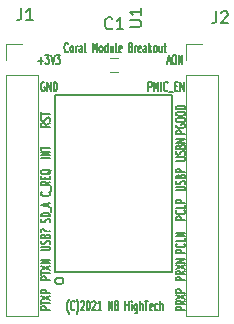
<source format=gbr>
G04 #@! TF.GenerationSoftware,KiCad,Pcbnew,(5.1.4-0)*
G04 #@! TF.CreationDate,2021-01-28T22:10:56-05:00*
G04 #@! TF.ProjectId,coral_breakout,636f7261-6c5f-4627-9265-616b6f75742e,rev?*
G04 #@! TF.SameCoordinates,Original*
G04 #@! TF.FileFunction,Legend,Top*
G04 #@! TF.FilePolarity,Positive*
%FSLAX46Y46*%
G04 Gerber Fmt 4.6, Leading zero omitted, Abs format (unit mm)*
G04 Created by KiCad (PCBNEW (5.1.4-0)) date 2021-01-28 22:10:56*
%MOMM*%
%LPD*%
G04 APERTURE LIST*
%ADD10C,0.127000*%
%ADD11C,0.120000*%
%ADD12C,0.150000*%
G04 APERTURE END LIST*
D10*
X135974666Y-85634285D02*
X135950476Y-85672990D01*
X135877904Y-85711695D01*
X135829523Y-85711695D01*
X135756952Y-85672990D01*
X135708571Y-85595580D01*
X135684380Y-85518171D01*
X135660190Y-85363352D01*
X135660190Y-85247238D01*
X135684380Y-85092419D01*
X135708571Y-85015009D01*
X135756952Y-84937600D01*
X135829523Y-84898895D01*
X135877904Y-84898895D01*
X135950476Y-84937600D01*
X135974666Y-84976304D01*
X136264952Y-85711695D02*
X136216571Y-85672990D01*
X136192380Y-85634285D01*
X136168190Y-85556876D01*
X136168190Y-85324647D01*
X136192380Y-85247238D01*
X136216571Y-85208533D01*
X136264952Y-85169828D01*
X136337523Y-85169828D01*
X136385904Y-85208533D01*
X136410095Y-85247238D01*
X136434285Y-85324647D01*
X136434285Y-85556876D01*
X136410095Y-85634285D01*
X136385904Y-85672990D01*
X136337523Y-85711695D01*
X136264952Y-85711695D01*
X136652000Y-85711695D02*
X136652000Y-85169828D01*
X136652000Y-85324647D02*
X136676190Y-85247238D01*
X136700380Y-85208533D01*
X136748761Y-85169828D01*
X136797142Y-85169828D01*
X137184190Y-85711695D02*
X137184190Y-85285942D01*
X137160000Y-85208533D01*
X137111619Y-85169828D01*
X137014857Y-85169828D01*
X136966476Y-85208533D01*
X137184190Y-85672990D02*
X137135809Y-85711695D01*
X137014857Y-85711695D01*
X136966476Y-85672990D01*
X136942285Y-85595580D01*
X136942285Y-85518171D01*
X136966476Y-85440761D01*
X137014857Y-85402057D01*
X137135809Y-85402057D01*
X137184190Y-85363352D01*
X137498666Y-85711695D02*
X137450285Y-85672990D01*
X137426095Y-85595580D01*
X137426095Y-84898895D01*
X138079238Y-85711695D02*
X138079238Y-84898895D01*
X138248571Y-85479466D01*
X138417904Y-84898895D01*
X138417904Y-85711695D01*
X138732380Y-85711695D02*
X138684000Y-85672990D01*
X138659809Y-85634285D01*
X138635619Y-85556876D01*
X138635619Y-85324647D01*
X138659809Y-85247238D01*
X138684000Y-85208533D01*
X138732380Y-85169828D01*
X138804952Y-85169828D01*
X138853333Y-85208533D01*
X138877523Y-85247238D01*
X138901714Y-85324647D01*
X138901714Y-85556876D01*
X138877523Y-85634285D01*
X138853333Y-85672990D01*
X138804952Y-85711695D01*
X138732380Y-85711695D01*
X139337142Y-85711695D02*
X139337142Y-84898895D01*
X139337142Y-85672990D02*
X139288761Y-85711695D01*
X139192000Y-85711695D01*
X139143619Y-85672990D01*
X139119428Y-85634285D01*
X139095238Y-85556876D01*
X139095238Y-85324647D01*
X139119428Y-85247238D01*
X139143619Y-85208533D01*
X139192000Y-85169828D01*
X139288761Y-85169828D01*
X139337142Y-85208533D01*
X139796761Y-85169828D02*
X139796761Y-85711695D01*
X139579047Y-85169828D02*
X139579047Y-85595580D01*
X139603238Y-85672990D01*
X139651619Y-85711695D01*
X139724190Y-85711695D01*
X139772571Y-85672990D01*
X139796761Y-85634285D01*
X140111238Y-85711695D02*
X140062857Y-85672990D01*
X140038666Y-85595580D01*
X140038666Y-84898895D01*
X140498285Y-85672990D02*
X140449904Y-85711695D01*
X140353142Y-85711695D01*
X140304761Y-85672990D01*
X140280571Y-85595580D01*
X140280571Y-85285942D01*
X140304761Y-85208533D01*
X140353142Y-85169828D01*
X140449904Y-85169828D01*
X140498285Y-85208533D01*
X140522476Y-85285942D01*
X140522476Y-85363352D01*
X140280571Y-85440761D01*
X141296571Y-85285942D02*
X141369142Y-85324647D01*
X141393333Y-85363352D01*
X141417523Y-85440761D01*
X141417523Y-85556876D01*
X141393333Y-85634285D01*
X141369142Y-85672990D01*
X141320761Y-85711695D01*
X141127238Y-85711695D01*
X141127238Y-84898895D01*
X141296571Y-84898895D01*
X141344952Y-84937600D01*
X141369142Y-84976304D01*
X141393333Y-85053714D01*
X141393333Y-85131123D01*
X141369142Y-85208533D01*
X141344952Y-85247238D01*
X141296571Y-85285942D01*
X141127238Y-85285942D01*
X141635238Y-85711695D02*
X141635238Y-85169828D01*
X141635238Y-85324647D02*
X141659428Y-85247238D01*
X141683619Y-85208533D01*
X141732000Y-85169828D01*
X141780380Y-85169828D01*
X142143238Y-85672990D02*
X142094857Y-85711695D01*
X141998095Y-85711695D01*
X141949714Y-85672990D01*
X141925523Y-85595580D01*
X141925523Y-85285942D01*
X141949714Y-85208533D01*
X141998095Y-85169828D01*
X142094857Y-85169828D01*
X142143238Y-85208533D01*
X142167428Y-85285942D01*
X142167428Y-85363352D01*
X141925523Y-85440761D01*
X142602857Y-85711695D02*
X142602857Y-85285942D01*
X142578666Y-85208533D01*
X142530285Y-85169828D01*
X142433523Y-85169828D01*
X142385142Y-85208533D01*
X142602857Y-85672990D02*
X142554476Y-85711695D01*
X142433523Y-85711695D01*
X142385142Y-85672990D01*
X142360952Y-85595580D01*
X142360952Y-85518171D01*
X142385142Y-85440761D01*
X142433523Y-85402057D01*
X142554476Y-85402057D01*
X142602857Y-85363352D01*
X142844761Y-85711695D02*
X142844761Y-84898895D01*
X142893142Y-85402057D02*
X143038285Y-85711695D01*
X143038285Y-85169828D02*
X142844761Y-85479466D01*
X143328571Y-85711695D02*
X143280190Y-85672990D01*
X143256000Y-85634285D01*
X143231809Y-85556876D01*
X143231809Y-85324647D01*
X143256000Y-85247238D01*
X143280190Y-85208533D01*
X143328571Y-85169828D01*
X143401142Y-85169828D01*
X143449523Y-85208533D01*
X143473714Y-85247238D01*
X143497904Y-85324647D01*
X143497904Y-85556876D01*
X143473714Y-85634285D01*
X143449523Y-85672990D01*
X143401142Y-85711695D01*
X143328571Y-85711695D01*
X143933333Y-85169828D02*
X143933333Y-85711695D01*
X143715619Y-85169828D02*
X143715619Y-85595580D01*
X143739809Y-85672990D01*
X143788190Y-85711695D01*
X143860761Y-85711695D01*
X143909142Y-85672990D01*
X143933333Y-85634285D01*
X144102666Y-85169828D02*
X144296190Y-85169828D01*
X144175238Y-84898895D02*
X144175238Y-85595580D01*
X144199428Y-85672990D01*
X144247809Y-85711695D01*
X144296190Y-85711695D01*
X136047238Y-107865333D02*
X136023047Y-107826628D01*
X135974666Y-107710514D01*
X135950476Y-107633104D01*
X135926285Y-107516990D01*
X135902095Y-107323466D01*
X135902095Y-107168647D01*
X135926285Y-106975123D01*
X135950476Y-106859009D01*
X135974666Y-106781600D01*
X136023047Y-106665485D01*
X136047238Y-106626780D01*
X136531047Y-107478285D02*
X136506857Y-107516990D01*
X136434285Y-107555695D01*
X136385904Y-107555695D01*
X136313333Y-107516990D01*
X136264952Y-107439580D01*
X136240761Y-107362171D01*
X136216571Y-107207352D01*
X136216571Y-107091238D01*
X136240761Y-106936419D01*
X136264952Y-106859009D01*
X136313333Y-106781600D01*
X136385904Y-106742895D01*
X136434285Y-106742895D01*
X136506857Y-106781600D01*
X136531047Y-106820304D01*
X136700380Y-107865333D02*
X136724571Y-107826628D01*
X136772952Y-107710514D01*
X136797142Y-107633104D01*
X136821333Y-107516990D01*
X136845523Y-107323466D01*
X136845523Y-107168647D01*
X136821333Y-106975123D01*
X136797142Y-106859009D01*
X136772952Y-106781600D01*
X136724571Y-106665485D01*
X136700380Y-106626780D01*
X137063238Y-106820304D02*
X137087428Y-106781600D01*
X137135809Y-106742895D01*
X137256761Y-106742895D01*
X137305142Y-106781600D01*
X137329333Y-106820304D01*
X137353523Y-106897714D01*
X137353523Y-106975123D01*
X137329333Y-107091238D01*
X137039047Y-107555695D01*
X137353523Y-107555695D01*
X137668000Y-106742895D02*
X137716380Y-106742895D01*
X137764761Y-106781600D01*
X137788952Y-106820304D01*
X137813142Y-106897714D01*
X137837333Y-107052533D01*
X137837333Y-107246057D01*
X137813142Y-107400876D01*
X137788952Y-107478285D01*
X137764761Y-107516990D01*
X137716380Y-107555695D01*
X137668000Y-107555695D01*
X137619619Y-107516990D01*
X137595428Y-107478285D01*
X137571238Y-107400876D01*
X137547047Y-107246057D01*
X137547047Y-107052533D01*
X137571238Y-106897714D01*
X137595428Y-106820304D01*
X137619619Y-106781600D01*
X137668000Y-106742895D01*
X138030857Y-106820304D02*
X138055047Y-106781600D01*
X138103428Y-106742895D01*
X138224380Y-106742895D01*
X138272761Y-106781600D01*
X138296952Y-106820304D01*
X138321142Y-106897714D01*
X138321142Y-106975123D01*
X138296952Y-107091238D01*
X138006666Y-107555695D01*
X138321142Y-107555695D01*
X138804952Y-107555695D02*
X138514666Y-107555695D01*
X138659809Y-107555695D02*
X138659809Y-106742895D01*
X138611428Y-106859009D01*
X138563047Y-106936419D01*
X138514666Y-106975123D01*
X139409714Y-107555695D02*
X139409714Y-106742895D01*
X139700000Y-107555695D01*
X139700000Y-106742895D01*
X140111238Y-107129942D02*
X140183809Y-107168647D01*
X140208000Y-107207352D01*
X140232190Y-107284761D01*
X140232190Y-107400876D01*
X140208000Y-107478285D01*
X140183809Y-107516990D01*
X140135428Y-107555695D01*
X139941904Y-107555695D01*
X139941904Y-106742895D01*
X140111238Y-106742895D01*
X140159619Y-106781600D01*
X140183809Y-106820304D01*
X140208000Y-106897714D01*
X140208000Y-106975123D01*
X140183809Y-107052533D01*
X140159619Y-107091238D01*
X140111238Y-107129942D01*
X139941904Y-107129942D01*
X140836952Y-107555695D02*
X140836952Y-106742895D01*
X140836952Y-107129942D02*
X141127238Y-107129942D01*
X141127238Y-107555695D02*
X141127238Y-106742895D01*
X141369142Y-107555695D02*
X141369142Y-107013828D01*
X141369142Y-106742895D02*
X141344952Y-106781600D01*
X141369142Y-106820304D01*
X141393333Y-106781600D01*
X141369142Y-106742895D01*
X141369142Y-106820304D01*
X141828761Y-107013828D02*
X141828761Y-107671809D01*
X141804571Y-107749219D01*
X141780380Y-107787923D01*
X141732000Y-107826628D01*
X141659428Y-107826628D01*
X141611047Y-107787923D01*
X141828761Y-107516990D02*
X141780380Y-107555695D01*
X141683619Y-107555695D01*
X141635238Y-107516990D01*
X141611047Y-107478285D01*
X141586857Y-107400876D01*
X141586857Y-107168647D01*
X141611047Y-107091238D01*
X141635238Y-107052533D01*
X141683619Y-107013828D01*
X141780380Y-107013828D01*
X141828761Y-107052533D01*
X142070666Y-107555695D02*
X142070666Y-106742895D01*
X142288380Y-107555695D02*
X142288380Y-107129942D01*
X142264190Y-107052533D01*
X142215809Y-107013828D01*
X142143238Y-107013828D01*
X142094857Y-107052533D01*
X142070666Y-107091238D01*
X142457714Y-106742895D02*
X142748000Y-106742895D01*
X142602857Y-107555695D02*
X142602857Y-106742895D01*
X143110857Y-107516990D02*
X143062476Y-107555695D01*
X142965714Y-107555695D01*
X142917333Y-107516990D01*
X142893142Y-107439580D01*
X142893142Y-107129942D01*
X142917333Y-107052533D01*
X142965714Y-107013828D01*
X143062476Y-107013828D01*
X143110857Y-107052533D01*
X143135047Y-107129942D01*
X143135047Y-107207352D01*
X142893142Y-107284761D01*
X143570476Y-107516990D02*
X143522095Y-107555695D01*
X143425333Y-107555695D01*
X143376952Y-107516990D01*
X143352761Y-107478285D01*
X143328571Y-107400876D01*
X143328571Y-107168647D01*
X143352761Y-107091238D01*
X143376952Y-107052533D01*
X143425333Y-107013828D01*
X143522095Y-107013828D01*
X143570476Y-107052533D01*
X143788190Y-107555695D02*
X143788190Y-106742895D01*
X144005904Y-107555695D02*
X144005904Y-107129942D01*
X143981714Y-107052533D01*
X143933333Y-107013828D01*
X143860761Y-107013828D01*
X143812380Y-107052533D01*
X143788190Y-107091238D01*
X144380857Y-86495466D02*
X144622761Y-86495466D01*
X144332476Y-86727695D02*
X144501809Y-85914895D01*
X144671142Y-86727695D01*
X144937238Y-85914895D02*
X145034000Y-85914895D01*
X145082380Y-85953600D01*
X145130761Y-86031009D01*
X145154952Y-86185828D01*
X145154952Y-86456761D01*
X145130761Y-86611580D01*
X145082380Y-86688990D01*
X145034000Y-86727695D01*
X144937238Y-86727695D01*
X144888857Y-86688990D01*
X144840476Y-86611580D01*
X144816285Y-86456761D01*
X144816285Y-86185828D01*
X144840476Y-86031009D01*
X144888857Y-85953600D01*
X144937238Y-85914895D01*
X145372666Y-86727695D02*
X145372666Y-85914895D01*
X145662952Y-86727695D01*
X145662952Y-85914895D01*
X142784285Y-89013695D02*
X142784285Y-88200895D01*
X142977809Y-88200895D01*
X143026190Y-88239600D01*
X143050380Y-88278304D01*
X143074571Y-88355714D01*
X143074571Y-88471828D01*
X143050380Y-88549238D01*
X143026190Y-88587942D01*
X142977809Y-88626647D01*
X142784285Y-88626647D01*
X143292285Y-89013695D02*
X143292285Y-88200895D01*
X143461619Y-88781466D01*
X143630952Y-88200895D01*
X143630952Y-89013695D01*
X143872857Y-89013695D02*
X143872857Y-88200895D01*
X144405047Y-88936285D02*
X144380857Y-88974990D01*
X144308285Y-89013695D01*
X144259904Y-89013695D01*
X144187333Y-88974990D01*
X144138952Y-88897580D01*
X144114761Y-88820171D01*
X144090571Y-88665352D01*
X144090571Y-88549238D01*
X144114761Y-88394419D01*
X144138952Y-88317009D01*
X144187333Y-88239600D01*
X144259904Y-88200895D01*
X144308285Y-88200895D01*
X144380857Y-88239600D01*
X144405047Y-88278304D01*
X144501809Y-89091104D02*
X144888857Y-89091104D01*
X145009809Y-88587942D02*
X145179142Y-88587942D01*
X145251714Y-89013695D02*
X145009809Y-89013695D01*
X145009809Y-88200895D01*
X145251714Y-88200895D01*
X145469428Y-89013695D02*
X145469428Y-88200895D01*
X145759714Y-89013695D01*
X145759714Y-88200895D01*
X145909695Y-92613238D02*
X145096895Y-92613238D01*
X145096895Y-92419714D01*
X145135600Y-92371333D01*
X145174304Y-92347142D01*
X145251714Y-92322952D01*
X145367828Y-92322952D01*
X145445238Y-92347142D01*
X145483942Y-92371333D01*
X145522647Y-92419714D01*
X145522647Y-92613238D01*
X145135600Y-91839142D02*
X145096895Y-91887523D01*
X145096895Y-91960095D01*
X145135600Y-92032666D01*
X145213009Y-92081047D01*
X145290419Y-92105238D01*
X145445238Y-92129428D01*
X145561352Y-92129428D01*
X145716171Y-92105238D01*
X145793580Y-92081047D01*
X145870990Y-92032666D01*
X145909695Y-91960095D01*
X145909695Y-91911714D01*
X145870990Y-91839142D01*
X145832285Y-91814952D01*
X145561352Y-91814952D01*
X145561352Y-91911714D01*
X145096895Y-91500476D02*
X145096895Y-91403714D01*
X145135600Y-91355333D01*
X145213009Y-91306952D01*
X145367828Y-91282761D01*
X145638761Y-91282761D01*
X145793580Y-91306952D01*
X145870990Y-91355333D01*
X145909695Y-91403714D01*
X145909695Y-91500476D01*
X145870990Y-91548857D01*
X145793580Y-91597238D01*
X145638761Y-91621428D01*
X145367828Y-91621428D01*
X145213009Y-91597238D01*
X145135600Y-91548857D01*
X145096895Y-91500476D01*
X145096895Y-90968285D02*
X145096895Y-90871523D01*
X145135600Y-90823142D01*
X145213009Y-90774761D01*
X145367828Y-90750571D01*
X145638761Y-90750571D01*
X145793580Y-90774761D01*
X145870990Y-90823142D01*
X145909695Y-90871523D01*
X145909695Y-90968285D01*
X145870990Y-91016666D01*
X145793580Y-91065047D01*
X145638761Y-91089238D01*
X145367828Y-91089238D01*
X145213009Y-91065047D01*
X145135600Y-91016666D01*
X145096895Y-90968285D01*
X145909695Y-90532857D02*
X145096895Y-90532857D01*
X145096895Y-90411904D01*
X145135600Y-90339333D01*
X145213009Y-90290952D01*
X145290419Y-90266761D01*
X145445238Y-90242571D01*
X145561352Y-90242571D01*
X145716171Y-90266761D01*
X145793580Y-90290952D01*
X145870990Y-90339333D01*
X145909695Y-90411904D01*
X145909695Y-90532857D01*
X145096895Y-94887142D02*
X145754876Y-94887142D01*
X145832285Y-94862952D01*
X145870990Y-94838761D01*
X145909695Y-94790380D01*
X145909695Y-94693619D01*
X145870990Y-94645238D01*
X145832285Y-94621047D01*
X145754876Y-94596857D01*
X145096895Y-94596857D01*
X145870990Y-94379142D02*
X145909695Y-94306571D01*
X145909695Y-94185619D01*
X145870990Y-94137238D01*
X145832285Y-94113047D01*
X145754876Y-94088857D01*
X145677466Y-94088857D01*
X145600057Y-94113047D01*
X145561352Y-94137238D01*
X145522647Y-94185619D01*
X145483942Y-94282380D01*
X145445238Y-94330761D01*
X145406533Y-94354952D01*
X145329123Y-94379142D01*
X145251714Y-94379142D01*
X145174304Y-94354952D01*
X145135600Y-94330761D01*
X145096895Y-94282380D01*
X145096895Y-94161428D01*
X145135600Y-94088857D01*
X145483942Y-93701809D02*
X145522647Y-93629238D01*
X145561352Y-93605047D01*
X145638761Y-93580857D01*
X145754876Y-93580857D01*
X145832285Y-93605047D01*
X145870990Y-93629238D01*
X145909695Y-93677619D01*
X145909695Y-93871142D01*
X145096895Y-93871142D01*
X145096895Y-93701809D01*
X145135600Y-93653428D01*
X145174304Y-93629238D01*
X145251714Y-93605047D01*
X145329123Y-93605047D01*
X145406533Y-93629238D01*
X145445238Y-93653428D01*
X145483942Y-93701809D01*
X145483942Y-93871142D01*
X145909695Y-93363142D02*
X145096895Y-93363142D01*
X145909695Y-93072857D01*
X145096895Y-93072857D01*
X145096895Y-97415047D02*
X145754876Y-97415047D01*
X145832285Y-97390857D01*
X145870990Y-97366666D01*
X145909695Y-97318285D01*
X145909695Y-97221523D01*
X145870990Y-97173142D01*
X145832285Y-97148952D01*
X145754876Y-97124761D01*
X145096895Y-97124761D01*
X145870990Y-96907047D02*
X145909695Y-96834476D01*
X145909695Y-96713523D01*
X145870990Y-96665142D01*
X145832285Y-96640952D01*
X145754876Y-96616761D01*
X145677466Y-96616761D01*
X145600057Y-96640952D01*
X145561352Y-96665142D01*
X145522647Y-96713523D01*
X145483942Y-96810285D01*
X145445238Y-96858666D01*
X145406533Y-96882857D01*
X145329123Y-96907047D01*
X145251714Y-96907047D01*
X145174304Y-96882857D01*
X145135600Y-96858666D01*
X145096895Y-96810285D01*
X145096895Y-96689333D01*
X145135600Y-96616761D01*
X145483942Y-96229714D02*
X145522647Y-96157142D01*
X145561352Y-96132952D01*
X145638761Y-96108761D01*
X145754876Y-96108761D01*
X145832285Y-96132952D01*
X145870990Y-96157142D01*
X145909695Y-96205523D01*
X145909695Y-96399047D01*
X145096895Y-96399047D01*
X145096895Y-96229714D01*
X145135600Y-96181333D01*
X145174304Y-96157142D01*
X145251714Y-96132952D01*
X145329123Y-96132952D01*
X145406533Y-96157142D01*
X145445238Y-96181333D01*
X145483942Y-96229714D01*
X145483942Y-96399047D01*
X145909695Y-95891047D02*
X145096895Y-95891047D01*
X145096895Y-95697523D01*
X145135600Y-95649142D01*
X145174304Y-95624952D01*
X145251714Y-95600761D01*
X145367828Y-95600761D01*
X145445238Y-95624952D01*
X145483942Y-95649142D01*
X145522647Y-95697523D01*
X145522647Y-95891047D01*
X145909695Y-99906666D02*
X145096895Y-99906666D01*
X145096895Y-99713142D01*
X145135600Y-99664761D01*
X145174304Y-99640571D01*
X145251714Y-99616380D01*
X145367828Y-99616380D01*
X145445238Y-99640571D01*
X145483942Y-99664761D01*
X145522647Y-99713142D01*
X145522647Y-99906666D01*
X145832285Y-99108380D02*
X145870990Y-99132571D01*
X145909695Y-99205142D01*
X145909695Y-99253523D01*
X145870990Y-99326095D01*
X145793580Y-99374476D01*
X145716171Y-99398666D01*
X145561352Y-99422857D01*
X145445238Y-99422857D01*
X145290419Y-99398666D01*
X145213009Y-99374476D01*
X145135600Y-99326095D01*
X145096895Y-99253523D01*
X145096895Y-99205142D01*
X145135600Y-99132571D01*
X145174304Y-99108380D01*
X145909695Y-98648761D02*
X145909695Y-98890666D01*
X145096895Y-98890666D01*
X145909695Y-98479428D02*
X145096895Y-98479428D01*
X145096895Y-98285904D01*
X145135600Y-98237523D01*
X145174304Y-98213333D01*
X145251714Y-98189142D01*
X145367828Y-98189142D01*
X145445238Y-98213333D01*
X145483942Y-98237523D01*
X145522647Y-98285904D01*
X145522647Y-98479428D01*
X145909695Y-102712761D02*
X145096895Y-102712761D01*
X145096895Y-102519238D01*
X145135600Y-102470857D01*
X145174304Y-102446666D01*
X145251714Y-102422476D01*
X145367828Y-102422476D01*
X145445238Y-102446666D01*
X145483942Y-102470857D01*
X145522647Y-102519238D01*
X145522647Y-102712761D01*
X145832285Y-101914476D02*
X145870990Y-101938666D01*
X145909695Y-102011238D01*
X145909695Y-102059619D01*
X145870990Y-102132190D01*
X145793580Y-102180571D01*
X145716171Y-102204761D01*
X145561352Y-102228952D01*
X145445238Y-102228952D01*
X145290419Y-102204761D01*
X145213009Y-102180571D01*
X145135600Y-102132190D01*
X145096895Y-102059619D01*
X145096895Y-102011238D01*
X145135600Y-101938666D01*
X145174304Y-101914476D01*
X145909695Y-101454857D02*
X145909695Y-101696761D01*
X145096895Y-101696761D01*
X145909695Y-101285523D02*
X145096895Y-101285523D01*
X145909695Y-100995238D01*
X145096895Y-100995238D01*
X145909695Y-105035047D02*
X145096895Y-105035047D01*
X145096895Y-104841523D01*
X145135600Y-104793142D01*
X145174304Y-104768952D01*
X145251714Y-104744761D01*
X145367828Y-104744761D01*
X145445238Y-104768952D01*
X145483942Y-104793142D01*
X145522647Y-104841523D01*
X145522647Y-105035047D01*
X145909695Y-104236761D02*
X145522647Y-104406095D01*
X145909695Y-104527047D02*
X145096895Y-104527047D01*
X145096895Y-104333523D01*
X145135600Y-104285142D01*
X145174304Y-104260952D01*
X145251714Y-104236761D01*
X145367828Y-104236761D01*
X145445238Y-104260952D01*
X145483942Y-104285142D01*
X145522647Y-104333523D01*
X145522647Y-104527047D01*
X145096895Y-104067428D02*
X145909695Y-103728761D01*
X145096895Y-103728761D02*
X145909695Y-104067428D01*
X145909695Y-103535238D02*
X145096895Y-103535238D01*
X145909695Y-103244952D01*
X145096895Y-103244952D01*
X145909695Y-107562952D02*
X145096895Y-107562952D01*
X145096895Y-107369428D01*
X145135600Y-107321047D01*
X145174304Y-107296857D01*
X145251714Y-107272666D01*
X145367828Y-107272666D01*
X145445238Y-107296857D01*
X145483942Y-107321047D01*
X145522647Y-107369428D01*
X145522647Y-107562952D01*
X145909695Y-106764666D02*
X145522647Y-106934000D01*
X145909695Y-107054952D02*
X145096895Y-107054952D01*
X145096895Y-106861428D01*
X145135600Y-106813047D01*
X145174304Y-106788857D01*
X145251714Y-106764666D01*
X145367828Y-106764666D01*
X145445238Y-106788857D01*
X145483942Y-106813047D01*
X145522647Y-106861428D01*
X145522647Y-107054952D01*
X145096895Y-106595333D02*
X145909695Y-106256666D01*
X145096895Y-106256666D02*
X145909695Y-106595333D01*
X145909695Y-106063142D02*
X145096895Y-106063142D01*
X145096895Y-105869619D01*
X145135600Y-105821238D01*
X145174304Y-105797047D01*
X145251714Y-105772857D01*
X145367828Y-105772857D01*
X145445238Y-105797047D01*
X145483942Y-105821238D01*
X145522647Y-105869619D01*
X145522647Y-106063142D01*
X134479695Y-107502476D02*
X133666895Y-107502476D01*
X133666895Y-107308952D01*
X133705600Y-107260571D01*
X133744304Y-107236380D01*
X133821714Y-107212190D01*
X133937828Y-107212190D01*
X134015238Y-107236380D01*
X134053942Y-107260571D01*
X134092647Y-107308952D01*
X134092647Y-107502476D01*
X133666895Y-107067047D02*
X133666895Y-106776761D01*
X134479695Y-106921904D02*
X133666895Y-106921904D01*
X133666895Y-106655809D02*
X134479695Y-106317142D01*
X133666895Y-106317142D02*
X134479695Y-106655809D01*
X134479695Y-106123619D02*
X133666895Y-106123619D01*
X133666895Y-105930095D01*
X133705600Y-105881714D01*
X133744304Y-105857523D01*
X133821714Y-105833333D01*
X133937828Y-105833333D01*
X134015238Y-105857523D01*
X134053942Y-105881714D01*
X134092647Y-105930095D01*
X134092647Y-106123619D01*
X134479695Y-104974571D02*
X133666895Y-104974571D01*
X133666895Y-104781047D01*
X133705600Y-104732666D01*
X133744304Y-104708476D01*
X133821714Y-104684285D01*
X133937828Y-104684285D01*
X134015238Y-104708476D01*
X134053942Y-104732666D01*
X134092647Y-104781047D01*
X134092647Y-104974571D01*
X133666895Y-104539142D02*
X133666895Y-104248857D01*
X134479695Y-104394000D02*
X133666895Y-104394000D01*
X133666895Y-104127904D02*
X134479695Y-103789238D01*
X133666895Y-103789238D02*
X134479695Y-104127904D01*
X134479695Y-103595714D02*
X133666895Y-103595714D01*
X134479695Y-103305428D01*
X133666895Y-103305428D01*
X133666895Y-102458761D02*
X134324876Y-102458761D01*
X134402285Y-102434571D01*
X134440990Y-102410380D01*
X134479695Y-102362000D01*
X134479695Y-102265238D01*
X134440990Y-102216857D01*
X134402285Y-102192666D01*
X134324876Y-102168476D01*
X133666895Y-102168476D01*
X134440990Y-101950761D02*
X134479695Y-101878190D01*
X134479695Y-101757238D01*
X134440990Y-101708857D01*
X134402285Y-101684666D01*
X134324876Y-101660476D01*
X134247466Y-101660476D01*
X134170057Y-101684666D01*
X134131352Y-101708857D01*
X134092647Y-101757238D01*
X134053942Y-101854000D01*
X134015238Y-101902380D01*
X133976533Y-101926571D01*
X133899123Y-101950761D01*
X133821714Y-101950761D01*
X133744304Y-101926571D01*
X133705600Y-101902380D01*
X133666895Y-101854000D01*
X133666895Y-101733047D01*
X133705600Y-101660476D01*
X134053942Y-101273428D02*
X134092647Y-101200857D01*
X134131352Y-101176666D01*
X134208761Y-101152476D01*
X134324876Y-101152476D01*
X134402285Y-101176666D01*
X134440990Y-101200857D01*
X134479695Y-101249238D01*
X134479695Y-101442761D01*
X133666895Y-101442761D01*
X133666895Y-101273428D01*
X133705600Y-101225047D01*
X133744304Y-101200857D01*
X133821714Y-101176666D01*
X133899123Y-101176666D01*
X133976533Y-101200857D01*
X134015238Y-101225047D01*
X134053942Y-101273428D01*
X134053942Y-101442761D01*
X134402285Y-100862190D02*
X134440990Y-100838000D01*
X134479695Y-100862190D01*
X134440990Y-100886380D01*
X134402285Y-100862190D01*
X134479695Y-100862190D01*
X133705600Y-100958952D02*
X133666895Y-100910571D01*
X133666895Y-100789619D01*
X133705600Y-100741238D01*
X133783009Y-100717047D01*
X133860419Y-100717047D01*
X133937828Y-100741238D01*
X133976533Y-100765428D01*
X134015238Y-100813809D01*
X134053942Y-100838000D01*
X134131352Y-100862190D01*
X134170057Y-100862190D01*
X134440990Y-100124380D02*
X134479695Y-100051809D01*
X134479695Y-99930857D01*
X134440990Y-99882476D01*
X134402285Y-99858285D01*
X134324876Y-99834095D01*
X134247466Y-99834095D01*
X134170057Y-99858285D01*
X134131352Y-99882476D01*
X134092647Y-99930857D01*
X134053942Y-100027619D01*
X134015238Y-100076000D01*
X133976533Y-100100190D01*
X133899123Y-100124380D01*
X133821714Y-100124380D01*
X133744304Y-100100190D01*
X133705600Y-100076000D01*
X133666895Y-100027619D01*
X133666895Y-99906666D01*
X133705600Y-99834095D01*
X134479695Y-99616380D02*
X133666895Y-99616380D01*
X133666895Y-99495428D01*
X133705600Y-99422857D01*
X133783009Y-99374476D01*
X133860419Y-99350285D01*
X134015238Y-99326095D01*
X134131352Y-99326095D01*
X134286171Y-99350285D01*
X134363580Y-99374476D01*
X134440990Y-99422857D01*
X134479695Y-99495428D01*
X134479695Y-99616380D01*
X134557104Y-99229333D02*
X134557104Y-98842285D01*
X134247466Y-98745523D02*
X134247466Y-98503619D01*
X134479695Y-98793904D02*
X133666895Y-98624571D01*
X134479695Y-98455238D01*
X134402285Y-97560190D02*
X134440990Y-97584380D01*
X134479695Y-97656952D01*
X134479695Y-97705333D01*
X134440990Y-97777904D01*
X134363580Y-97826285D01*
X134286171Y-97850476D01*
X134131352Y-97874666D01*
X134015238Y-97874666D01*
X133860419Y-97850476D01*
X133783009Y-97826285D01*
X133705600Y-97777904D01*
X133666895Y-97705333D01*
X133666895Y-97656952D01*
X133705600Y-97584380D01*
X133744304Y-97560190D01*
X134557104Y-97463428D02*
X134557104Y-97076380D01*
X134479695Y-96665142D02*
X134092647Y-96834476D01*
X134479695Y-96955428D02*
X133666895Y-96955428D01*
X133666895Y-96761904D01*
X133705600Y-96713523D01*
X133744304Y-96689333D01*
X133821714Y-96665142D01*
X133937828Y-96665142D01*
X134015238Y-96689333D01*
X134053942Y-96713523D01*
X134092647Y-96761904D01*
X134092647Y-96955428D01*
X134053942Y-96447428D02*
X134053942Y-96278095D01*
X134479695Y-96205523D02*
X134479695Y-96447428D01*
X133666895Y-96447428D01*
X133666895Y-96205523D01*
X134557104Y-95649142D02*
X134518400Y-95697523D01*
X134440990Y-95745904D01*
X134324876Y-95818476D01*
X134286171Y-95866857D01*
X134286171Y-95915238D01*
X134479695Y-95891047D02*
X134440990Y-95939428D01*
X134363580Y-95987809D01*
X134208761Y-96012000D01*
X133937828Y-96012000D01*
X133783009Y-95987809D01*
X133705600Y-95939428D01*
X133666895Y-95891047D01*
X133666895Y-95794285D01*
X133705600Y-95745904D01*
X133783009Y-95697523D01*
X133937828Y-95673333D01*
X134208761Y-95673333D01*
X134363580Y-95697523D01*
X134440990Y-95745904D01*
X134479695Y-95794285D01*
X134479695Y-95891047D01*
X134479695Y-94693619D02*
X133666895Y-94693619D01*
X134479695Y-94451714D02*
X133666895Y-94451714D01*
X134479695Y-94161428D01*
X133666895Y-94161428D01*
X133666895Y-93992095D02*
X133666895Y-93701809D01*
X134479695Y-93846952D02*
X133666895Y-93846952D01*
X134479695Y-91718190D02*
X134092647Y-91887523D01*
X134479695Y-92008476D02*
X133666895Y-92008476D01*
X133666895Y-91814952D01*
X133705600Y-91766571D01*
X133744304Y-91742380D01*
X133821714Y-91718190D01*
X133937828Y-91718190D01*
X134015238Y-91742380D01*
X134053942Y-91766571D01*
X134092647Y-91814952D01*
X134092647Y-92008476D01*
X134440990Y-91524666D02*
X134479695Y-91452095D01*
X134479695Y-91331142D01*
X134440990Y-91282761D01*
X134402285Y-91258571D01*
X134324876Y-91234380D01*
X134247466Y-91234380D01*
X134170057Y-91258571D01*
X134131352Y-91282761D01*
X134092647Y-91331142D01*
X134053942Y-91427904D01*
X134015238Y-91476285D01*
X133976533Y-91500476D01*
X133899123Y-91524666D01*
X133821714Y-91524666D01*
X133744304Y-91500476D01*
X133705600Y-91476285D01*
X133666895Y-91427904D01*
X133666895Y-91306952D01*
X133705600Y-91234380D01*
X133666895Y-91089238D02*
X133666895Y-90798952D01*
X134479695Y-90944095D02*
X133666895Y-90944095D01*
X133978952Y-88239600D02*
X133930571Y-88200895D01*
X133858000Y-88200895D01*
X133785428Y-88239600D01*
X133737047Y-88317009D01*
X133712857Y-88394419D01*
X133688666Y-88549238D01*
X133688666Y-88665352D01*
X133712857Y-88820171D01*
X133737047Y-88897580D01*
X133785428Y-88974990D01*
X133858000Y-89013695D01*
X133906380Y-89013695D01*
X133978952Y-88974990D01*
X134003142Y-88936285D01*
X134003142Y-88665352D01*
X133906380Y-88665352D01*
X134220857Y-89013695D02*
X134220857Y-88200895D01*
X134511142Y-89013695D01*
X134511142Y-88200895D01*
X134753047Y-89013695D02*
X134753047Y-88200895D01*
X134874000Y-88200895D01*
X134946571Y-88239600D01*
X134994952Y-88317009D01*
X135019142Y-88394419D01*
X135043333Y-88549238D01*
X135043333Y-88665352D01*
X135019142Y-88820171D01*
X134994952Y-88897580D01*
X134946571Y-88974990D01*
X134874000Y-89013695D01*
X134753047Y-89013695D01*
X133470952Y-86418057D02*
X133858000Y-86418057D01*
X133664476Y-86727695D02*
X133664476Y-86108419D01*
X134051523Y-85914895D02*
X134366000Y-85914895D01*
X134196666Y-86224533D01*
X134269238Y-86224533D01*
X134317619Y-86263238D01*
X134341809Y-86301942D01*
X134366000Y-86379352D01*
X134366000Y-86572876D01*
X134341809Y-86650285D01*
X134317619Y-86688990D01*
X134269238Y-86727695D01*
X134124095Y-86727695D01*
X134075714Y-86688990D01*
X134051523Y-86650285D01*
X134511142Y-85914895D02*
X134680476Y-86727695D01*
X134849809Y-85914895D01*
X134970761Y-85914895D02*
X135285238Y-85914895D01*
X135115904Y-86224533D01*
X135188476Y-86224533D01*
X135236857Y-86263238D01*
X135261047Y-86301942D01*
X135285238Y-86379352D01*
X135285238Y-86572876D01*
X135261047Y-86650285D01*
X135236857Y-86688990D01*
X135188476Y-86727695D01*
X135043333Y-86727695D01*
X134994952Y-86688990D01*
X134970761Y-86650285D01*
D11*
X145990000Y-108010000D02*
X148650000Y-108010000D01*
X145990000Y-87630000D02*
X145990000Y-108010000D01*
X148650000Y-87630000D02*
X148650000Y-108010000D01*
X145990000Y-87630000D02*
X148650000Y-87630000D01*
X145990000Y-86360000D02*
X145990000Y-85030000D01*
X145990000Y-85030000D02*
X147320000Y-85030000D01*
X130750000Y-108010000D02*
X133410000Y-108010000D01*
X130750000Y-87630000D02*
X130750000Y-108010000D01*
X133410000Y-87630000D02*
X133410000Y-108010000D01*
X130750000Y-87630000D02*
X133410000Y-87630000D01*
X130750000Y-86360000D02*
X130750000Y-85030000D01*
X130750000Y-85030000D02*
X132080000Y-85030000D01*
D12*
X144754000Y-104324800D02*
X134854000Y-104324800D01*
X134854000Y-104324800D02*
X134854000Y-89374800D01*
X134854000Y-89374800D02*
X144754000Y-89374800D01*
X144754000Y-89374800D02*
X144754000Y-104324800D01*
D11*
X140227800Y-87417200D02*
X139527800Y-87417200D01*
X139527800Y-86217200D02*
X140227800Y-86217200D01*
D12*
X148510666Y-82256380D02*
X148510666Y-82970666D01*
X148463047Y-83113523D01*
X148367809Y-83208761D01*
X148224952Y-83256380D01*
X148129714Y-83256380D01*
X148939238Y-82351619D02*
X148986857Y-82304000D01*
X149082095Y-82256380D01*
X149320190Y-82256380D01*
X149415428Y-82304000D01*
X149463047Y-82351619D01*
X149510666Y-82446857D01*
X149510666Y-82542095D01*
X149463047Y-82684952D01*
X148891619Y-83256380D01*
X149510666Y-83256380D01*
X132000666Y-82002380D02*
X132000666Y-82716666D01*
X131953047Y-82859523D01*
X131857809Y-82954761D01*
X131714952Y-83002380D01*
X131619714Y-83002380D01*
X133000666Y-83002380D02*
X132429238Y-83002380D01*
X132714952Y-83002380D02*
X132714952Y-82002380D01*
X132619714Y-82145238D01*
X132524476Y-82240476D01*
X132429238Y-82288095D01*
X141184380Y-83565904D02*
X141993904Y-83565904D01*
X142089142Y-83518285D01*
X142136761Y-83470666D01*
X142184380Y-83375428D01*
X142184380Y-83184952D01*
X142136761Y-83089714D01*
X142089142Y-83042095D01*
X141993904Y-82994476D01*
X141184380Y-82994476D01*
X142184380Y-81994476D02*
X142184380Y-82565904D01*
X142184380Y-82280190D02*
X141184380Y-82280190D01*
X141327238Y-82375428D01*
X141422476Y-82470666D01*
X141470095Y-82565904D01*
X135556380Y-105146228D02*
X135508761Y-105241466D01*
X135461142Y-105289085D01*
X135365904Y-105336704D01*
X135080190Y-105336704D01*
X134984952Y-105289085D01*
X134937333Y-105241466D01*
X134889714Y-105146228D01*
X134889714Y-105003371D01*
X134937333Y-104908133D01*
X134984952Y-104860514D01*
X135080190Y-104812895D01*
X135365904Y-104812895D01*
X135461142Y-104860514D01*
X135508761Y-104908133D01*
X135556380Y-105003371D01*
X135556380Y-105146228D01*
X139711133Y-83669142D02*
X139663514Y-83716761D01*
X139520657Y-83764380D01*
X139425419Y-83764380D01*
X139282561Y-83716761D01*
X139187323Y-83621523D01*
X139139704Y-83526285D01*
X139092085Y-83335809D01*
X139092085Y-83192952D01*
X139139704Y-83002476D01*
X139187323Y-82907238D01*
X139282561Y-82812000D01*
X139425419Y-82764380D01*
X139520657Y-82764380D01*
X139663514Y-82812000D01*
X139711133Y-82859619D01*
X140663514Y-83764380D02*
X140092085Y-83764380D01*
X140377800Y-83764380D02*
X140377800Y-82764380D01*
X140282561Y-82907238D01*
X140187323Y-83002476D01*
X140092085Y-83050095D01*
M02*

</source>
